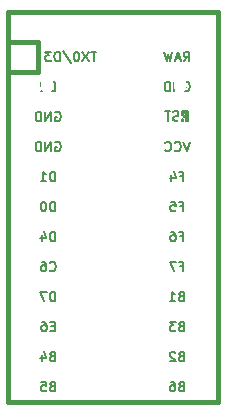
<source format=gbo>
%TF.GenerationSoftware,KiCad,Pcbnew,5.1.9*%
%TF.CreationDate,2021-03-01T07:28:27+02:00*%
%TF.ProjectId,beater-c,62656174-6572-42d6-932e-6b696361645f,rev?*%
%TF.SameCoordinates,Original*%
%TF.FileFunction,Legend,Bot*%
%TF.FilePolarity,Positive*%
%FSLAX46Y46*%
G04 Gerber Fmt 4.6, Leading zero omitted, Abs format (unit mm)*
G04 Created by KiCad (PCBNEW 5.1.9) date 2021-03-01 07:28:27*
%MOMM*%
%LPD*%
G01*
G04 APERTURE LIST*
%ADD10C,0.381000*%
%ADD11C,0.150000*%
%ADD12O,1.000000X2.200000*%
%ADD13O,1.000000X1.800000*%
%ADD14C,1.752600*%
%ADD15R,1.752600X1.752600*%
G04 APERTURE END LIST*
D10*
%TO.C,U1*%
X218237000Y-94132000D02*
X215697000Y-94132000D01*
X233477000Y-91592000D02*
X215697000Y-91592000D01*
X215697000Y-91592000D02*
X215697000Y-124612000D01*
X215697000Y-124612000D02*
X233477000Y-124612000D01*
X233477000Y-124612000D02*
X233477000Y-91592000D01*
D11*
G36*
X230431635Y-100021030D02*
G01*
X230431635Y-100121030D01*
X230931635Y-100121030D01*
X230931635Y-100021030D01*
X230431635Y-100021030D01*
G37*
X230431635Y-100021030D02*
X230431635Y-100121030D01*
X230931635Y-100121030D01*
X230931635Y-100021030D01*
X230431635Y-100021030D01*
G36*
X230431635Y-100021030D02*
G01*
X230431635Y-100321030D01*
X230531635Y-100321030D01*
X230531635Y-100021030D01*
X230431635Y-100021030D01*
G37*
X230431635Y-100021030D02*
X230431635Y-100321030D01*
X230531635Y-100321030D01*
X230531635Y-100021030D01*
X230431635Y-100021030D01*
G36*
X230431635Y-100621030D02*
G01*
X230431635Y-100821030D01*
X230531635Y-100821030D01*
X230531635Y-100621030D01*
X230431635Y-100621030D01*
G37*
X230431635Y-100621030D02*
X230431635Y-100821030D01*
X230531635Y-100821030D01*
X230531635Y-100621030D01*
X230431635Y-100621030D01*
G36*
X230831635Y-100021030D02*
G01*
X230831635Y-100821030D01*
X230931635Y-100821030D01*
X230931635Y-100021030D01*
X230831635Y-100021030D01*
G37*
X230831635Y-100021030D02*
X230831635Y-100821030D01*
X230931635Y-100821030D01*
X230931635Y-100021030D01*
X230831635Y-100021030D01*
G36*
X230631635Y-100421030D02*
G01*
X230631635Y-100521030D01*
X230731635Y-100521030D01*
X230731635Y-100421030D01*
X230631635Y-100421030D01*
G37*
X230631635Y-100421030D02*
X230631635Y-100521030D01*
X230731635Y-100521030D01*
X230731635Y-100421030D01*
X230631635Y-100421030D01*
D10*
X218237000Y-94132000D02*
X218237000Y-96672000D01*
X218237000Y-96672000D02*
X215697000Y-96672000D01*
D11*
X230160333Y-100785809D02*
X230046047Y-100823904D01*
X229855571Y-100823904D01*
X229779380Y-100785809D01*
X229741285Y-100747714D01*
X229703190Y-100671523D01*
X229703190Y-100595333D01*
X229741285Y-100519142D01*
X229779380Y-100481047D01*
X229855571Y-100442952D01*
X230007952Y-100404857D01*
X230084142Y-100366761D01*
X230122238Y-100328666D01*
X230160333Y-100252476D01*
X230160333Y-100176285D01*
X230122238Y-100100095D01*
X230084142Y-100062000D01*
X230007952Y-100023904D01*
X229817476Y-100023904D01*
X229703190Y-100062000D01*
X229474619Y-100023904D02*
X229017476Y-100023904D01*
X229246047Y-100823904D02*
X229246047Y-100023904D01*
X223205604Y-94963904D02*
X222748461Y-94963904D01*
X222977032Y-95763904D02*
X222977032Y-94963904D01*
X222557985Y-94963904D02*
X222024651Y-95763904D01*
X222024651Y-94963904D02*
X222557985Y-95763904D01*
X221567508Y-94963904D02*
X221491318Y-94963904D01*
X221415128Y-95002000D01*
X221377032Y-95040095D01*
X221338937Y-95116285D01*
X221300842Y-95268666D01*
X221300842Y-95459142D01*
X221338937Y-95611523D01*
X221377032Y-95687714D01*
X221415128Y-95725809D01*
X221491318Y-95763904D01*
X221567508Y-95763904D01*
X221643699Y-95725809D01*
X221681794Y-95687714D01*
X221719889Y-95611523D01*
X221757985Y-95459142D01*
X221757985Y-95268666D01*
X221719889Y-95116285D01*
X221681794Y-95040095D01*
X221643699Y-95002000D01*
X221567508Y-94963904D01*
X220386556Y-94925809D02*
X221072270Y-95954380D01*
X220119889Y-95763904D02*
X220119889Y-94963904D01*
X219929413Y-94963904D01*
X219815128Y-95002000D01*
X219738937Y-95078190D01*
X219700842Y-95154380D01*
X219662747Y-95306761D01*
X219662747Y-95421047D01*
X219700842Y-95573428D01*
X219738937Y-95649619D01*
X219815128Y-95725809D01*
X219929413Y-95763904D01*
X220119889Y-95763904D01*
X219396080Y-94963904D02*
X218900842Y-94963904D01*
X219167508Y-95268666D01*
X219053223Y-95268666D01*
X218977032Y-95306761D01*
X218938937Y-95344857D01*
X218900842Y-95421047D01*
X218900842Y-95611523D01*
X218938937Y-95687714D01*
X218977032Y-95725809D01*
X219053223Y-95763904D01*
X219281794Y-95763904D01*
X219357985Y-95725809D01*
X219396080Y-95687714D01*
X230371809Y-120744857D02*
X230257523Y-120782952D01*
X230219428Y-120821047D01*
X230181333Y-120897238D01*
X230181333Y-121011523D01*
X230219428Y-121087714D01*
X230257523Y-121125809D01*
X230333714Y-121163904D01*
X230638476Y-121163904D01*
X230638476Y-120363904D01*
X230371809Y-120363904D01*
X230295619Y-120402000D01*
X230257523Y-120440095D01*
X230219428Y-120516285D01*
X230219428Y-120592476D01*
X230257523Y-120668666D01*
X230295619Y-120706761D01*
X230371809Y-120744857D01*
X230638476Y-120744857D01*
X229876571Y-120440095D02*
X229838476Y-120402000D01*
X229762285Y-120363904D01*
X229571809Y-120363904D01*
X229495619Y-120402000D01*
X229457523Y-120440095D01*
X229419428Y-120516285D01*
X229419428Y-120592476D01*
X229457523Y-120706761D01*
X229914666Y-121163904D01*
X229419428Y-121163904D01*
X230314666Y-113124857D02*
X230581333Y-113124857D01*
X230581333Y-113543904D02*
X230581333Y-112743904D01*
X230200380Y-112743904D01*
X229971809Y-112743904D02*
X229438476Y-112743904D01*
X229781333Y-113543904D01*
X230314666Y-110584857D02*
X230581333Y-110584857D01*
X230581333Y-111003904D02*
X230581333Y-110203904D01*
X230200380Y-110203904D01*
X229552761Y-110203904D02*
X229705142Y-110203904D01*
X229781333Y-110242000D01*
X229819428Y-110280095D01*
X229895619Y-110394380D01*
X229933714Y-110546761D01*
X229933714Y-110851523D01*
X229895619Y-110927714D01*
X229857523Y-110965809D01*
X229781333Y-111003904D01*
X229628952Y-111003904D01*
X229552761Y-110965809D01*
X229514666Y-110927714D01*
X229476571Y-110851523D01*
X229476571Y-110661047D01*
X229514666Y-110584857D01*
X229552761Y-110546761D01*
X229628952Y-110508666D01*
X229781333Y-110508666D01*
X229857523Y-110546761D01*
X229895619Y-110584857D01*
X229933714Y-110661047D01*
X230314666Y-108044857D02*
X230581333Y-108044857D01*
X230581333Y-108463904D02*
X230581333Y-107663904D01*
X230200380Y-107663904D01*
X229514666Y-107663904D02*
X229895619Y-107663904D01*
X229933714Y-108044857D01*
X229895619Y-108006761D01*
X229819428Y-107968666D01*
X229628952Y-107968666D01*
X229552761Y-108006761D01*
X229514666Y-108044857D01*
X229476571Y-108121047D01*
X229476571Y-108311523D01*
X229514666Y-108387714D01*
X229552761Y-108425809D01*
X229628952Y-108463904D01*
X229819428Y-108463904D01*
X229895619Y-108425809D01*
X229933714Y-108387714D01*
X230600380Y-95763904D02*
X230867047Y-95382952D01*
X231057523Y-95763904D02*
X231057523Y-94963904D01*
X230752761Y-94963904D01*
X230676571Y-95002000D01*
X230638476Y-95040095D01*
X230600380Y-95116285D01*
X230600380Y-95230571D01*
X230638476Y-95306761D01*
X230676571Y-95344857D01*
X230752761Y-95382952D01*
X231057523Y-95382952D01*
X230295619Y-95535333D02*
X229914666Y-95535333D01*
X230371809Y-95763904D02*
X230105142Y-94963904D01*
X229838476Y-95763904D01*
X229648000Y-94963904D02*
X229457523Y-95763904D01*
X229305142Y-95192476D01*
X229152761Y-95763904D01*
X228962285Y-94963904D01*
X230657523Y-97542000D02*
X230733714Y-97503904D01*
X230848000Y-97503904D01*
X230962285Y-97542000D01*
X231038476Y-97618190D01*
X231076571Y-97694380D01*
X231114666Y-97846761D01*
X231114666Y-97961047D01*
X231076571Y-98113428D01*
X231038476Y-98189619D01*
X230962285Y-98265809D01*
X230848000Y-98303904D01*
X230771809Y-98303904D01*
X230657523Y-98265809D01*
X230619428Y-98227714D01*
X230619428Y-97961047D01*
X230771809Y-97961047D01*
X230276571Y-98303904D02*
X230276571Y-97503904D01*
X229819428Y-98303904D01*
X229819428Y-97503904D01*
X229438476Y-98303904D02*
X229438476Y-97503904D01*
X229248000Y-97503904D01*
X229133714Y-97542000D01*
X229057523Y-97618190D01*
X229019428Y-97694380D01*
X228981333Y-97846761D01*
X228981333Y-97961047D01*
X229019428Y-98113428D01*
X229057523Y-98189619D01*
X229133714Y-98265809D01*
X229248000Y-98303904D01*
X229438476Y-98303904D01*
X231114666Y-102583904D02*
X230848000Y-103383904D01*
X230581333Y-102583904D01*
X229857523Y-103307714D02*
X229895619Y-103345809D01*
X230009904Y-103383904D01*
X230086095Y-103383904D01*
X230200380Y-103345809D01*
X230276571Y-103269619D01*
X230314666Y-103193428D01*
X230352761Y-103041047D01*
X230352761Y-102926761D01*
X230314666Y-102774380D01*
X230276571Y-102698190D01*
X230200380Y-102622000D01*
X230086095Y-102583904D01*
X230009904Y-102583904D01*
X229895619Y-102622000D01*
X229857523Y-102660095D01*
X229057523Y-103307714D02*
X229095619Y-103345809D01*
X229209904Y-103383904D01*
X229286095Y-103383904D01*
X229400380Y-103345809D01*
X229476571Y-103269619D01*
X229514666Y-103193428D01*
X229552761Y-103041047D01*
X229552761Y-102926761D01*
X229514666Y-102774380D01*
X229476571Y-102698190D01*
X229400380Y-102622000D01*
X229286095Y-102583904D01*
X229209904Y-102583904D01*
X229095619Y-102622000D01*
X229057523Y-102660095D01*
X230314666Y-105504857D02*
X230581333Y-105504857D01*
X230581333Y-105923904D02*
X230581333Y-105123904D01*
X230200380Y-105123904D01*
X229552761Y-105390571D02*
X229552761Y-105923904D01*
X229743238Y-105085809D02*
X229933714Y-105657238D01*
X229438476Y-105657238D01*
X230371809Y-115664857D02*
X230257523Y-115702952D01*
X230219428Y-115741047D01*
X230181333Y-115817238D01*
X230181333Y-115931523D01*
X230219428Y-116007714D01*
X230257523Y-116045809D01*
X230333714Y-116083904D01*
X230638476Y-116083904D01*
X230638476Y-115283904D01*
X230371809Y-115283904D01*
X230295619Y-115322000D01*
X230257523Y-115360095D01*
X230219428Y-115436285D01*
X230219428Y-115512476D01*
X230257523Y-115588666D01*
X230295619Y-115626761D01*
X230371809Y-115664857D01*
X230638476Y-115664857D01*
X229419428Y-116083904D02*
X229876571Y-116083904D01*
X229648000Y-116083904D02*
X229648000Y-115283904D01*
X229724190Y-115398190D01*
X229800380Y-115474380D01*
X229876571Y-115512476D01*
X230371809Y-118204857D02*
X230257523Y-118242952D01*
X230219428Y-118281047D01*
X230181333Y-118357238D01*
X230181333Y-118471523D01*
X230219428Y-118547714D01*
X230257523Y-118585809D01*
X230333714Y-118623904D01*
X230638476Y-118623904D01*
X230638476Y-117823904D01*
X230371809Y-117823904D01*
X230295619Y-117862000D01*
X230257523Y-117900095D01*
X230219428Y-117976285D01*
X230219428Y-118052476D01*
X230257523Y-118128666D01*
X230295619Y-118166761D01*
X230371809Y-118204857D01*
X230638476Y-118204857D01*
X229914666Y-117823904D02*
X229419428Y-117823904D01*
X229686095Y-118128666D01*
X229571809Y-118128666D01*
X229495619Y-118166761D01*
X229457523Y-118204857D01*
X229419428Y-118281047D01*
X229419428Y-118471523D01*
X229457523Y-118547714D01*
X229495619Y-118585809D01*
X229571809Y-118623904D01*
X229800380Y-118623904D01*
X229876571Y-118585809D01*
X229914666Y-118547714D01*
X230371809Y-123284857D02*
X230257523Y-123322952D01*
X230219428Y-123361047D01*
X230181333Y-123437238D01*
X230181333Y-123551523D01*
X230219428Y-123627714D01*
X230257523Y-123665809D01*
X230333714Y-123703904D01*
X230638476Y-123703904D01*
X230638476Y-122903904D01*
X230371809Y-122903904D01*
X230295619Y-122942000D01*
X230257523Y-122980095D01*
X230219428Y-123056285D01*
X230219428Y-123132476D01*
X230257523Y-123208666D01*
X230295619Y-123246761D01*
X230371809Y-123284857D01*
X230638476Y-123284857D01*
X229495619Y-122903904D02*
X229648000Y-122903904D01*
X229724190Y-122942000D01*
X229762285Y-122980095D01*
X229838476Y-123094380D01*
X229876571Y-123246761D01*
X229876571Y-123551523D01*
X229838476Y-123627714D01*
X229800380Y-123665809D01*
X229724190Y-123703904D01*
X229571809Y-123703904D01*
X229495619Y-123665809D01*
X229457523Y-123627714D01*
X229419428Y-123551523D01*
X229419428Y-123361047D01*
X229457523Y-123284857D01*
X229495619Y-123246761D01*
X229571809Y-123208666D01*
X229724190Y-123208666D01*
X229800380Y-123246761D01*
X229838476Y-123284857D01*
X229876571Y-123361047D01*
X219449809Y-123284857D02*
X219335523Y-123322952D01*
X219297428Y-123361047D01*
X219259333Y-123437238D01*
X219259333Y-123551523D01*
X219297428Y-123627714D01*
X219335523Y-123665809D01*
X219411714Y-123703904D01*
X219716476Y-123703904D01*
X219716476Y-122903904D01*
X219449809Y-122903904D01*
X219373619Y-122942000D01*
X219335523Y-122980095D01*
X219297428Y-123056285D01*
X219297428Y-123132476D01*
X219335523Y-123208666D01*
X219373619Y-123246761D01*
X219449809Y-123284857D01*
X219716476Y-123284857D01*
X218535523Y-122903904D02*
X218916476Y-122903904D01*
X218954571Y-123284857D01*
X218916476Y-123246761D01*
X218840285Y-123208666D01*
X218649809Y-123208666D01*
X218573619Y-123246761D01*
X218535523Y-123284857D01*
X218497428Y-123361047D01*
X218497428Y-123551523D01*
X218535523Y-123627714D01*
X218573619Y-123665809D01*
X218649809Y-123703904D01*
X218840285Y-123703904D01*
X218916476Y-123665809D01*
X218954571Y-123627714D01*
X219449809Y-120744857D02*
X219335523Y-120782952D01*
X219297428Y-120821047D01*
X219259333Y-120897238D01*
X219259333Y-121011523D01*
X219297428Y-121087714D01*
X219335523Y-121125809D01*
X219411714Y-121163904D01*
X219716476Y-121163904D01*
X219716476Y-120363904D01*
X219449809Y-120363904D01*
X219373619Y-120402000D01*
X219335523Y-120440095D01*
X219297428Y-120516285D01*
X219297428Y-120592476D01*
X219335523Y-120668666D01*
X219373619Y-120706761D01*
X219449809Y-120744857D01*
X219716476Y-120744857D01*
X218573619Y-120630571D02*
X218573619Y-121163904D01*
X218764095Y-120325809D02*
X218954571Y-120897238D01*
X218459333Y-120897238D01*
X219678380Y-118204857D02*
X219411714Y-118204857D01*
X219297428Y-118623904D02*
X219678380Y-118623904D01*
X219678380Y-117823904D01*
X219297428Y-117823904D01*
X218611714Y-117823904D02*
X218764095Y-117823904D01*
X218840285Y-117862000D01*
X218878380Y-117900095D01*
X218954571Y-118014380D01*
X218992666Y-118166761D01*
X218992666Y-118471523D01*
X218954571Y-118547714D01*
X218916476Y-118585809D01*
X218840285Y-118623904D01*
X218687904Y-118623904D01*
X218611714Y-118585809D01*
X218573619Y-118547714D01*
X218535523Y-118471523D01*
X218535523Y-118281047D01*
X218573619Y-118204857D01*
X218611714Y-118166761D01*
X218687904Y-118128666D01*
X218840285Y-118128666D01*
X218916476Y-118166761D01*
X218954571Y-118204857D01*
X218992666Y-118281047D01*
X219716476Y-116083904D02*
X219716476Y-115283904D01*
X219526000Y-115283904D01*
X219411714Y-115322000D01*
X219335523Y-115398190D01*
X219297428Y-115474380D01*
X219259333Y-115626761D01*
X219259333Y-115741047D01*
X219297428Y-115893428D01*
X219335523Y-115969619D01*
X219411714Y-116045809D01*
X219526000Y-116083904D01*
X219716476Y-116083904D01*
X218992666Y-115283904D02*
X218459333Y-115283904D01*
X218802190Y-116083904D01*
X219259333Y-113467714D02*
X219297428Y-113505809D01*
X219411714Y-113543904D01*
X219487904Y-113543904D01*
X219602190Y-113505809D01*
X219678380Y-113429619D01*
X219716476Y-113353428D01*
X219754571Y-113201047D01*
X219754571Y-113086761D01*
X219716476Y-112934380D01*
X219678380Y-112858190D01*
X219602190Y-112782000D01*
X219487904Y-112743904D01*
X219411714Y-112743904D01*
X219297428Y-112782000D01*
X219259333Y-112820095D01*
X218573619Y-112743904D02*
X218726000Y-112743904D01*
X218802190Y-112782000D01*
X218840285Y-112820095D01*
X218916476Y-112934380D01*
X218954571Y-113086761D01*
X218954571Y-113391523D01*
X218916476Y-113467714D01*
X218878380Y-113505809D01*
X218802190Y-113543904D01*
X218649809Y-113543904D01*
X218573619Y-113505809D01*
X218535523Y-113467714D01*
X218497428Y-113391523D01*
X218497428Y-113201047D01*
X218535523Y-113124857D01*
X218573619Y-113086761D01*
X218649809Y-113048666D01*
X218802190Y-113048666D01*
X218878380Y-113086761D01*
X218916476Y-113124857D01*
X218954571Y-113201047D01*
X219716476Y-111003904D02*
X219716476Y-110203904D01*
X219526000Y-110203904D01*
X219411714Y-110242000D01*
X219335523Y-110318190D01*
X219297428Y-110394380D01*
X219259333Y-110546761D01*
X219259333Y-110661047D01*
X219297428Y-110813428D01*
X219335523Y-110889619D01*
X219411714Y-110965809D01*
X219526000Y-111003904D01*
X219716476Y-111003904D01*
X218573619Y-110470571D02*
X218573619Y-111003904D01*
X218764095Y-110165809D02*
X218954571Y-110737238D01*
X218459333Y-110737238D01*
X219735523Y-100082000D02*
X219811714Y-100043904D01*
X219926000Y-100043904D01*
X220040285Y-100082000D01*
X220116476Y-100158190D01*
X220154571Y-100234380D01*
X220192666Y-100386761D01*
X220192666Y-100501047D01*
X220154571Y-100653428D01*
X220116476Y-100729619D01*
X220040285Y-100805809D01*
X219926000Y-100843904D01*
X219849809Y-100843904D01*
X219735523Y-100805809D01*
X219697428Y-100767714D01*
X219697428Y-100501047D01*
X219849809Y-100501047D01*
X219354571Y-100843904D02*
X219354571Y-100043904D01*
X218897428Y-100843904D01*
X218897428Y-100043904D01*
X218516476Y-100843904D02*
X218516476Y-100043904D01*
X218326000Y-100043904D01*
X218211714Y-100082000D01*
X218135523Y-100158190D01*
X218097428Y-100234380D01*
X218059333Y-100386761D01*
X218059333Y-100501047D01*
X218097428Y-100653428D01*
X218135523Y-100729619D01*
X218211714Y-100805809D01*
X218326000Y-100843904D01*
X218516476Y-100843904D01*
X219735523Y-102622000D02*
X219811714Y-102583904D01*
X219926000Y-102583904D01*
X220040285Y-102622000D01*
X220116476Y-102698190D01*
X220154571Y-102774380D01*
X220192666Y-102926761D01*
X220192666Y-103041047D01*
X220154571Y-103193428D01*
X220116476Y-103269619D01*
X220040285Y-103345809D01*
X219926000Y-103383904D01*
X219849809Y-103383904D01*
X219735523Y-103345809D01*
X219697428Y-103307714D01*
X219697428Y-103041047D01*
X219849809Y-103041047D01*
X219354571Y-103383904D02*
X219354571Y-102583904D01*
X218897428Y-103383904D01*
X218897428Y-102583904D01*
X218516476Y-103383904D02*
X218516476Y-102583904D01*
X218326000Y-102583904D01*
X218211714Y-102622000D01*
X218135523Y-102698190D01*
X218097428Y-102774380D01*
X218059333Y-102926761D01*
X218059333Y-103041047D01*
X218097428Y-103193428D01*
X218135523Y-103269619D01*
X218211714Y-103345809D01*
X218326000Y-103383904D01*
X218516476Y-103383904D01*
X219716476Y-105923904D02*
X219716476Y-105123904D01*
X219526000Y-105123904D01*
X219411714Y-105162000D01*
X219335523Y-105238190D01*
X219297428Y-105314380D01*
X219259333Y-105466761D01*
X219259333Y-105581047D01*
X219297428Y-105733428D01*
X219335523Y-105809619D01*
X219411714Y-105885809D01*
X219526000Y-105923904D01*
X219716476Y-105923904D01*
X218497428Y-105923904D02*
X218954571Y-105923904D01*
X218726000Y-105923904D02*
X218726000Y-105123904D01*
X218802190Y-105238190D01*
X218878380Y-105314380D01*
X218954571Y-105352476D01*
X219716476Y-108463904D02*
X219716476Y-107663904D01*
X219526000Y-107663904D01*
X219411714Y-107702000D01*
X219335523Y-107778190D01*
X219297428Y-107854380D01*
X219259333Y-108006761D01*
X219259333Y-108121047D01*
X219297428Y-108273428D01*
X219335523Y-108349619D01*
X219411714Y-108425809D01*
X219526000Y-108463904D01*
X219716476Y-108463904D01*
X218764095Y-107663904D02*
X218687904Y-107663904D01*
X218611714Y-107702000D01*
X218573619Y-107740095D01*
X218535523Y-107816285D01*
X218497428Y-107968666D01*
X218497428Y-108159142D01*
X218535523Y-108311523D01*
X218573619Y-108387714D01*
X218611714Y-108425809D01*
X218687904Y-108463904D01*
X218764095Y-108463904D01*
X218840285Y-108425809D01*
X218878380Y-108387714D01*
X218916476Y-108311523D01*
X218954571Y-108159142D01*
X218954571Y-107968666D01*
X218916476Y-107816285D01*
X218878380Y-107740095D01*
X218840285Y-107702000D01*
X218764095Y-107663904D01*
X219716476Y-98303904D02*
X219716476Y-97503904D01*
X219526000Y-97503904D01*
X219411714Y-97542000D01*
X219335523Y-97618190D01*
X219297428Y-97694380D01*
X219259333Y-97846761D01*
X219259333Y-97961047D01*
X219297428Y-98113428D01*
X219335523Y-98189619D01*
X219411714Y-98265809D01*
X219526000Y-98303904D01*
X219716476Y-98303904D01*
X218954571Y-97580095D02*
X218916476Y-97542000D01*
X218840285Y-97503904D01*
X218649809Y-97503904D01*
X218573619Y-97542000D01*
X218535523Y-97580095D01*
X218497428Y-97656285D01*
X218497428Y-97732476D01*
X218535523Y-97846761D01*
X218992666Y-98303904D01*
X218497428Y-98303904D01*
%TD*%
%LPC*%
D12*
%TO.C,USB1*%
X230258000Y-93590800D03*
X219018000Y-93590800D03*
D13*
X219018000Y-97590800D03*
X230258000Y-97590800D03*
%TD*%
D14*
%TO.C,U1*%
X232207000Y-95402000D03*
X216967000Y-123342000D03*
X232207000Y-97942000D03*
X232207000Y-100482000D03*
X232207000Y-103022000D03*
X232207000Y-105562000D03*
X232207000Y-108102000D03*
X232207000Y-110642000D03*
X232207000Y-113182000D03*
X232207000Y-115722000D03*
X232207000Y-118262000D03*
X232207000Y-120802000D03*
X232207000Y-123342000D03*
X216967000Y-120802000D03*
X216967000Y-118262000D03*
X216967000Y-115722000D03*
X216967000Y-113182000D03*
X216967000Y-110642000D03*
X216967000Y-108102000D03*
X216967000Y-105562000D03*
X216967000Y-103022000D03*
X216967000Y-100482000D03*
X216967000Y-97942000D03*
D15*
X216967000Y-95402000D03*
%TD*%
M02*

</source>
